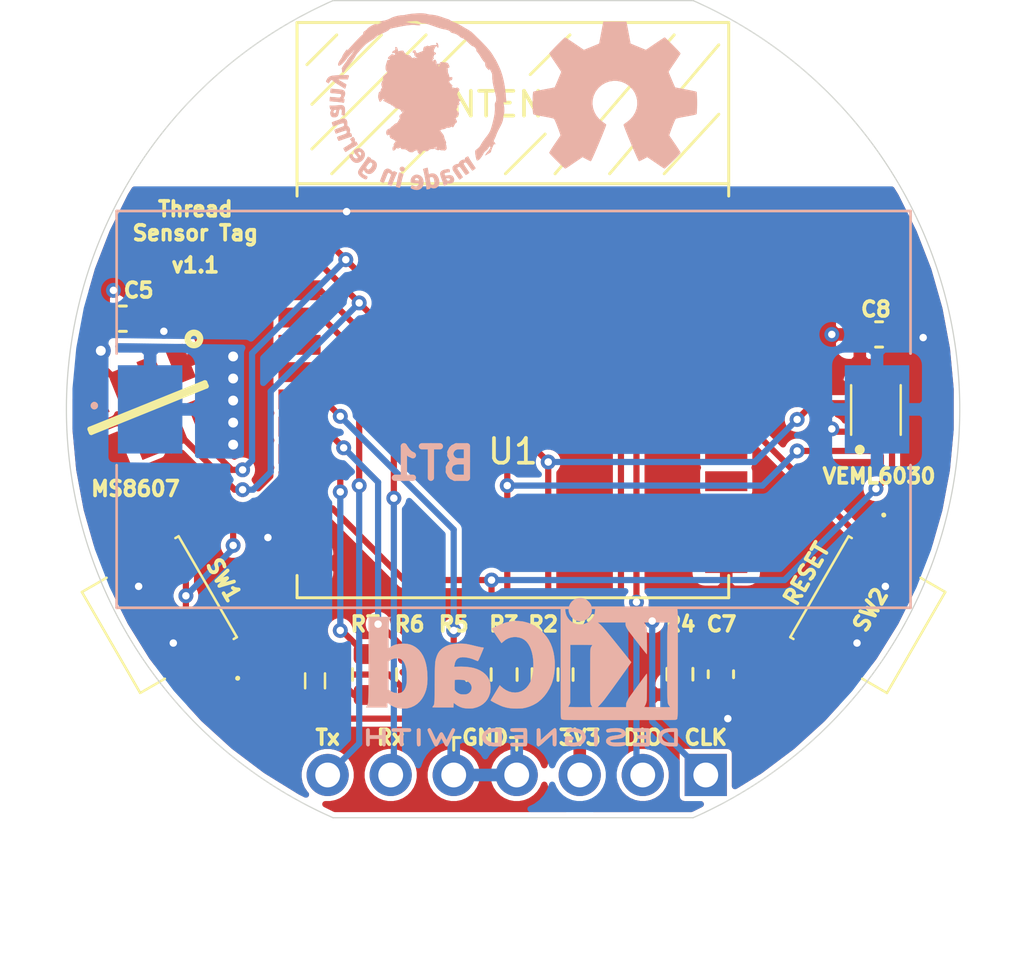
<source format=kicad_pcb>
(kicad_pcb (version 20171130) (host pcbnew "(5.1.8)-1")
  (layers (0 F.Cu signal) (31 B.Cu signal) (34 B.Paste user) (35 F.Paste user) (36 B.SilkS user) (37 F.SilkS user) (38 B.Mask user) (39 F.Mask user) (44 Edge.Cuts user))
  (net 0 "")
  (net 1 GND)
  (net 2 /SWDCLK)
  (net 3 /SDA)
  (net 4 /SWDIO)
  (net 5 /SCL)
  (net 6 /RESET)
  (net 7 /D-)
  (net 8 /D+)
  (net 9 /NFC2)
  (net 10 /NFC1)
  (net 11 /VCC)
  (net 12 /BTN)
  (net 13 /Tx)
  (net 14 /Rx)
  (net 15 /SENS1_VCC)
  (net 16 /SENS2_VCC)
  (net 17 /INT1)
  (net 18 "Net-(IC3-Pad6)")
  (net 19 "Net-(IC3-Pad5)")
  (net 20 "Net-(IC3-Pad4)")
  (net 21 "Net-(IC3-Pad2)")
  (net 22 "Net-(U1-Pad25)")
  (net 23 "Net-(U1-Pad24)")
  (net 24 "Net-(U1-Pad22)")
  (net 25 "Net-(U1-Pad21)")
  (net 26 "Net-(U1-Pad20)")
  (net 27 "Net-(U1-Pad7)")
  (net 28 "Net-(LED1-Pad4)")
  (net 29 "Net-(LED1-Pad3)")
  (net 30 "Net-(LED1-Pad2)")
  (net 31 /LED_RED)
  (net 32 /LED_GREEN)
  (net 33 /LED_BLUE)
  (module Symbol:KiCad-Logo2_5mm_SilkScreen (layer B.Cu) (at 122.1106 75.205 180)
    (fp_text reference REF** hide)
    (fp_text value KiCad-Logo2_5mm_SilkScreen hide)
  )
  (module Symbol:OSHW-Symbol_6.7x6mm_SilkScreen (layer B.Cu) (at 125.8606 51.955 180)
    (fp_text reference REF** hide)
    (fp_text value OSHW-Symbol_6.7x6mm_SilkScreen hide)
  )
  (module logo:mig (layer B.Cu) (at 117.8606 52.205 180)
    (fp_text reference G*** hide)
    (fp_text value LOGO hide)
  )
  (module Resistor_SMD:R_0603_1608Metric (layer F.Cu) (at 115.7986 75.311 270)
    (fp_text reference R7 (at -2.032 0 180) (layer F.SilkS) (effects (font (size 0.6 0.6))))
    (fp_text value 390R)
    (pad 2 smd roundrect (at 0.825 0 270) (size 0.8 0.95) (layers F.Cu F.Paste F.Mask) (net 29 "Net-(LED1-Pad3)"))
    (pad 1 smd roundrect (at -0.825 0 270) (size 0.8 0.95) (layers F.Cu F.Paste F.Mask) (net 33 /LED_BLUE))
  )
  (module Resistor_SMD:R_0603_1608Metric (layer F.Cu) (at 117.5766 75.311 270)
    (fp_text reference R6 (at -2.032 0 180) (layer F.SilkS) (effects (font (size 0.6 0.6))))
    (fp_text value 2k2)
    (pad 2 smd roundrect (at 0.825 0 270) (size 0.8 0.95) (layers F.Cu F.Paste F.Mask) (net 28 "Net-(LED1-Pad4)"))
    (pad 1 smd roundrect (at -0.825 0 270) (size 0.8 0.95) (layers F.Cu F.Paste F.Mask) (net 32 /LED_GREEN))
  )
  (module Resistor_SMD:R_0603_1608Metric (layer F.Cu) (at 119.3546 75.311 90)
    (fp_text reference R5 (at 2.032 0 180) (layer F.SilkS) (effects (font (size 0.6 0.6))))
    (fp_text value 1k2)
    (pad 2 smd roundrect (at 0.825 0 90) (size 0.8 0.95) (layers F.Cu F.Paste F.Mask) (net 31 /LED_RED))
    (pad 1 smd roundrect (at -0.825 0 90) (size 0.8 0.95) (layers F.Cu F.Paste F.Mask) (net 30 "Net-(LED1-Pad2)"))
  )
  (module APHF1608LSEEQBDZGKC:APHF1608LSEEQBDZGKC (layer F.Cu) (at 113.7666 75.565 90)
    (fp_text reference LED1 hide)
    (fp_text value APHF1608LSEEQBDZGKC hide)
    (pad 4 smd rect (at 0.65 -0.35 180) (size 0.4 0.5) (layers F.Cu F.Paste F.Mask) (net 28 "Net-(LED1-Pad4)"))
    (pad 3 smd rect (at 0.65 0.35 180) (size 0.4 0.5) (layers F.Cu F.Paste F.Mask) (net 29 "Net-(LED1-Pad3)"))
    (pad 2 smd rect (at -0.65 0.35 180) (size 0.4 0.5) (layers F.Cu F.Paste F.Mask) (net 30 "Net-(LED1-Pad2)"))
    (pad 1 smd rect (at -0.65 -0.35 180) (size 0.4 0.5) (layers F.Cu F.Paste F.Mask) (net 11 /VCC))
  )
  (module MS88SF2:MS88SF2 (layer F.Cu) (at 121.2596 66.675)
    (fp_text reference U1 (at 0.48 -0.36) (layer F.SilkS))
    (fp_text value MS88SF2)
    (fp_text user ANTENNA (at 0.38 -14.36) (layer F.SilkS))
    (pad 28 smd rect (at 9.08 4.14) (size 1.7 0.8) (layers F.Cu F.Paste F.Mask) (net 11 /VCC))
    (pad 27 smd rect (at 9.08 3.04) (size 1.7 0.8) (layers F.Cu F.Paste F.Mask) (net 7 /D-))
    (pad 26 smd rect (at 9.08 1.94) (size 1.7 0.8) (layers F.Cu F.Paste F.Mask) (net 8 /D+))
    (pad 25 smd rect (at 9.08 0.84) (size 1.7 0.8) (layers F.Cu F.Paste F.Mask) (net 22 "Net-(U1-Pad25)"))
    (pad 24 smd rect (at 9.08 -0.26) (size 1.7 0.8) (layers F.Cu F.Paste F.Mask) (net 23 "Net-(U1-Pad24)"))
    (pad 23 smd rect (at 9.08 -1.36) (size 1.7 0.8) (layers F.Cu F.Paste F.Mask) (net 6 /RESET))
    (pad 22 smd rect (at 9.08 -2.46) (size 1.7 0.8) (layers F.Cu F.Paste F.Mask) (net 24 "Net-(U1-Pad22)"))
    (pad 21 smd rect (at 9.08 -3.56) (size 1.7 0.8) (layers F.Cu F.Paste F.Mask) (net 25 "Net-(U1-Pad21)"))
    (pad 20 smd rect (at 9.08 -4.66) (size 1.7 0.8) (layers F.Cu F.Paste F.Mask) (net 26 "Net-(U1-Pad20)"))
    (pad 19 smd rect (at 9.08 -5.76) (size 1.7 0.8) (layers F.Cu F.Paste F.Mask) (net 16 /SENS2_VCC))
    (pad 18 smd rect (at 9.08 -6.86) (size 1.7 0.8) (layers F.Cu F.Paste F.Mask) (net 4 /SWDIO))
    (pad 17 smd rect (at 9.08 -7.96) (size 1.7 0.8) (layers F.Cu F.Paste F.Mask) (net 2 /SWDCLK))
    (pad 16 smd rect (at 9.08 -9.06) (size 1.7 0.8) (layers F.Cu F.Paste F.Mask) (net 10 /NFC1))
    (pad 15 smd rect (at 9.08 -10.16) (size 1.7 0.8) (layers F.Cu F.Paste F.Mask) (net 9 /NFC2))
    (pad 14 smd rect (at -8.12 4.14) (size 1.7 0.8) (layers F.Cu F.Paste F.Mask) (net 11 /VCC))
    (pad 13 smd rect (at -8.12 3.04) (size 1.7 0.8) (layers F.Cu F.Paste F.Mask) (net 1 GND))
    (pad 12 smd rect (at -8.12 1.94) (size 1.7 0.8) (layers F.Cu F.Paste F.Mask) (net 17 /INT1))
    (pad 11 smd rect (at -8.12 0.84) (size 1.7 0.8) (layers F.Cu F.Paste F.Mask) (net 12 /BTN))
    (pad 10 smd rect (at -8.12 -0.26) (size 1.7 0.8) (layers F.Cu F.Paste F.Mask) (net 33 /LED_BLUE))
    (pad 9 smd rect (at -8.12 -1.36) (size 1.7 0.8) (layers F.Cu F.Paste F.Mask) (net 32 /LED_GREEN))
    (pad 8 smd rect (at -8.12 -2.46) (size 1.7 0.8) (layers F.Cu F.Paste F.Mask) (net 31 /LED_RED))
    (pad 7 smd rect (at -8.12 -3.56) (size 1.7 0.8) (layers F.Cu F.Paste F.Mask) (net 27 "Net-(U1-Pad7)"))
    (pad 6 smd rect (at -8.12 -4.66) (size 1.7 0.8) (layers F.Cu F.Paste F.Mask) (net 15 /SENS1_VCC))
    (pad 5 smd rect (at -8.12 -5.76) (size 1.7 0.8) (layers F.Cu F.Paste F.Mask) (net 13 /Tx))
    (pad 4 smd rect (at -8.12 -6.86) (size 1.7 0.8) (layers F.Cu F.Paste F.Mask) (net 14 /Rx))
    (pad 3 smd rect (at -8.12 -7.96) (size 1.7 0.8) (layers F.Cu F.Paste F.Mask) (net 3 /SDA))
    (pad 2 smd rect (at -8.12 -9.06) (size 1.7 0.8) (layers F.Cu F.Paste F.Mask) (net 5 /SCL))
    (pad 1 smd rect (at -8.12 -10.16) (size 1.7 0.8) (layers F.Cu F.Paste F.Mask) (net 1 GND))
  )
  (module MS860702BA01-50:SON125P300X500X100-8N (layer F.Cu) (at 107.0356 64.546 292)
    (fp_text reference IC3 hide)
    (fp_text value MS860702BA01-50 hide)
    (pad 8 smd rect (at 1.15 -1.875 22) (size 0.75 1.45) (layers F.Cu F.Paste F.Mask) (net 5 /SCL))
    (pad 7 smd rect (at 1.15 -0.625 22) (size 0.75 1.45) (layers F.Cu F.Paste F.Mask) (net 3 /SDA))
    (pad 6 smd rect (at 1.15 0.625 22) (size 0.75 1.45) (layers F.Cu F.Paste F.Mask) (net 18 "Net-(IC3-Pad6)"))
    (pad 5 smd rect (at 1.15 1.875 22) (size 0.75 1.45) (layers F.Cu F.Paste F.Mask) (net 19 "Net-(IC3-Pad5)"))
    (pad 4 smd rect (at -1.15 1.875 22) (size 0.75 1.45) (layers F.Cu F.Paste F.Mask) (net 20 "Net-(IC3-Pad4)"))
    (pad 3 smd rect (at -1.15 0.625 22) (size 0.75 1.45) (layers F.Cu F.Paste F.Mask) (net 1 GND))
    (pad 2 smd rect (at -1.15 -0.625 22) (size 0.75 1.45) (layers F.Cu F.Paste F.Mask) (net 21 "Net-(IC3-Pad2)"))
    (pad 1 smd rect (at -1.15 -1.875 22) (size 0.75 1.45) (layers F.Cu F.Paste F.Mask) (net 11 /VCC))
  )
  (module VEML6030:VEML6030 (layer F.Cu) (at 136.3726 64.643 90)
    (fp_text reference IC2 hide)
    (fp_text value VEML6030 hide)
    (pad 6 smd rect (at 0.875 -0.65 180) (size 0.3 0.55) (layers F.Cu F.Paste F.Mask) (net 11 /VCC))
    (pad 5 smd rect (at 0.875 0 180) (size 0.3 0.55) (layers F.Cu F.Paste F.Mask) (net 5 /SCL))
    (pad 4 smd rect (at 0.875 0.65 180) (size 0.3 0.55) (layers F.Cu F.Paste F.Mask) (net 11 /VCC))
    (pad 3 smd rect (at -0.875 0.65 180) (size 0.3 0.55) (layers F.Cu F.Paste F.Mask) (net 17 /INT1))
    (pad 2 smd rect (at -0.875 0 180) (size 0.3 0.55) (layers F.Cu F.Paste F.Mask) (net 3 /SDA))
    (pad 1 smd rect (at -0.875 -0.65 180) (size 0.3 0.55) (layers F.Cu F.Paste F.Mask) (net 1 GND))
  )
  (module Capacitor_SMD:C_0603_1608Metric (layer F.Cu) (at 136.4996 61.595)
    (fp_text reference C8 (at -0.127 -1.016) (layer F.SilkS) (effects (font (size 0.6 0.6))))
    (fp_text value 0.1uF)
    (pad 2 smd roundrect (at 0.775 0) (size 0.9 0.95) (layers F.Cu F.Paste F.Mask) (net 1 GND))
    (pad 1 smd roundrect (at -0.775 0) (size 0.9 0.95) (layers F.Cu F.Paste F.Mask) (net 11 /VCC))
  )
  (module Capacitor_SMD:C_0603_1608Metric (layer F.Cu) (at 106.0196 60.96)
    (fp_text reference C5 (at 0.635 -1.143) (layer F.SilkS) (effects (font (size 0.6 0.6))))
    (fp_text value 0.22uF)
    (pad 2 smd roundrect (at 0.775 0) (size 0.9 0.95) (layers F.Cu F.Paste F.Mask) (net 1 GND))
    (pad 1 smd roundrect (at -0.775 0) (size 0.9 0.95) (layers F.Cu F.Paste F.Mask) (net 11 /VCC))
  )
  (module Connector_PinHeader_2.54mm:PinHeader_1x07_P2.54mm_Vertical (layer B.Cu) (at 129.5146 79.3623 90)
    (fp_text reference J3 hide)
    (fp_text value Conn_01x07_Male)
    (pad 7 thru_hole oval (at 0 -15.24 90) (size 1.7 1.7) (drill 1) (layers *.Cu *.Mask) (net 13 /Tx))
    (pad 6 thru_hole oval (at 0 -12.7 90) (size 1.7 1.7) (drill 1) (layers *.Cu *.Mask) (net 14 /Rx))
    (pad 5 thru_hole oval (at 0 -10.16 90) (size 1.7 1.7) (drill 1) (layers *.Cu *.Mask) (net 1 GND))
    (pad 4 thru_hole oval (at 0 -7.62 90) (size 1.7 1.7) (drill 1) (layers *.Cu *.Mask) (net 1 GND))
    (pad 3 thru_hole oval (at 0 -5.08 90) (size 1.7 1.7) (drill 1) (layers *.Cu *.Mask) (net 11 /VCC))
    (pad 2 thru_hole oval (at 0 -2.54 90) (size 1.7 1.7) (drill 1) (layers *.Cu *.Mask) (net 4 /SWDIO))
    (pad 1 thru_hole rect (at 0 0 90) (size 1.7 1.7) (drill 1) (layers *.Cu *.Mask) (net 2 /SWDCLK))
  )
  (module Resistor_SMD:R_0603_1608Metric (layer F.Cu) (at 128.4732 75.2983 90)
    (fp_text reference R4 (at 2.0193 0.0254 180) (layer F.SilkS) (effects (font (size 0.6 0.6))))
    (fp_text value 10k)
    (pad 2 smd roundrect (at 0.825 0 90) (size 0.8 0.95) (layers F.Cu F.Paste F.Mask) (net 6 /RESET))
    (pad 1 smd roundrect (at -0.825 0 90) (size 0.8 0.95) (layers F.Cu F.Paste F.Mask) (net 11 /VCC))
  )
  (module Resistor_SMD:R_0603_1608Metric (layer F.Cu) (at 121.3866 75.311 90)
    (fp_text reference R3 (at 2.032 0) (layer F.SilkS) (effects (font (size 0.6 0.6))))
    (fp_text value 10k)
    (pad 2 smd roundrect (at 0.825 0 90) (size 0.8 0.95) (layers F.Cu F.Paste F.Mask) (net 17 /INT1))
    (pad 1 smd roundrect (at -0.825 0 90) (size 0.8 0.95) (layers F.Cu F.Paste F.Mask) (net 11 /VCC))
  )
  (module Resistor_SMD:R_0603_1608Metric (layer F.Cu) (at 123.0376 75.311 90)
    (fp_text reference R2 (at 2.032 -0.0762 180) (layer F.SilkS) (effects (font (size 0.6 0.6))))
    (fp_text value 4.7k)
    (pad 2 smd roundrect (at 0.825 0 90) (size 0.8 0.95) (layers F.Cu F.Paste F.Mask) (net 3 /SDA))
    (pad 1 smd roundrect (at -0.825 0 90) (size 0.8 0.95) (layers F.Cu F.Paste F.Mask) (net 11 /VCC))
  )
  (module Resistor_SMD:R_0603_1608Metric (layer F.Cu) (at 124.6886 75.311 90)
    (fp_text reference R1 (at 2.032 -0.0254 180) (layer F.SilkS) (effects (font (size 0.6 0.6))))
    (fp_text value 4.7k)
    (pad 2 smd roundrect (at 0.825 0 90) (size 0.8 0.95) (layers F.Cu F.Paste F.Mask) (net 5 /SCL))
    (pad 1 smd roundrect (at -0.825 0 90) (size 0.8 0.95) (layers F.Cu F.Paste F.Mask) (net 11 /VCC))
  )
  (module EVQ-PUA02K:EVQPUA02K (layer F.Cu) (at 107.9246 72.644 300)
    (fp_text reference SW1 hide)
    (fp_text value EVQ-PUA02K hide)
    (pad 4 smd rect (at -2.625 0.85 30) (size 1 1.55) (layers F.Cu F.Paste F.Mask) (net 1 GND))
    (pad 3 smd rect (at -2.625 -0.85 30) (size 1 1.55) (layers F.Cu F.Paste F.Mask) (net 12 /BTN))
    (pad 2 smd rect (at 2.625 0.85 30) (size 1 1.55) (layers F.Cu F.Paste F.Mask) (net 1 GND))
    (pad 1 smd rect (at 2.625 -0.85 30) (size 1 1.55) (layers F.Cu F.Paste F.Mask) (net 12 /BTN))
  )
  (module EVQ-PUA02K:EVQPUA02K (layer F.Cu) (at 135.6106 72.644 60)
    (fp_text reference SW2 (at 0.225 0.5 60) (layer F.SilkS) (effects (font (size 0.6 0.6))))
    (fp_text value EVQ-PUA02K hide)
    (pad 4 smd rect (at -2.625 0.85 150) (size 1 1.55) (layers F.Cu F.Paste F.Mask) (net 1 GND))
    (pad 3 smd rect (at -2.625 -0.85 150) (size 1 1.55) (layers F.Cu F.Paste F.Mask) (net 6 /RESET))
    (pad 2 smd rect (at 2.625 0.85 150) (size 1 1.55) (layers F.Cu F.Paste F.Mask) (net 1 GND))
    (pad 1 smd rect (at 2.625 -0.85 150) (size 1 1.55) (layers F.Cu F.Paste F.Mask) (net 6 /RESET))
  )
  (module Capacitor_SMD:C_0603_1608Metric (layer F.Cu) (at 130.1242 75.2983 270)
    (fp_text reference C7 (at -2.0193 -0.0254 180) (layer F.SilkS) (effects (font (size 0.6 0.6))))
    (fp_text value 0.1uF)
    (pad 2 smd roundrect (at 0.775 0 270) (size 0.9 0.95) (layers F.Cu F.Paste F.Mask) (net 1 GND))
    (pad 1 smd roundrect (at -0.775 0 270) (size 0.9 0.95) (layers F.Cu F.Paste F.Mask) (net 6 /RESET))
  )
  (module BA2032SM:BA2032SM (layer B.Cu) (at 121.7676 64.6176)
    (fp_text reference BT1 (at -3.302 2.1844) (layer B.SilkS) (effects (font (size 1.27 1.27) (thickness 0.254)) (justify mirror)))
    (fp_text value Battery_Cell hide)
    (pad 2 smd rect (at 14.65 0) (size 2.6 3.56) (layers B.Cu B.Paste B.Mask) (net 1 GND))
    (pad 1 smd rect (at -14.65 0) (size 2.6 3.56) (layers B.Cu B.Paste B.Mask) (net 11 /VCC))
  )
  (gr_line (start 114.488584 81.085539) (end 129.0066 81.085539) (layer Edge.Cuts) (width 0.05))
  (gr_arc (start 121.747592 64.609269) (end 114.488584 48.133) (angle -132.4459636) (layer Edge.Cuts) (width 0.05))
  (gr_arc (start 121.747592 64.609269) (end 129.0066 81.085539) (angle -132.4459636) (layer Edge.Cuts) (width 0.05))
  (gr_line (start 129.0066 48.133) (end 114.488584 48.133) (layer Edge.Cuts) (width 0.05))
  (gr_line (start 119.3546 77.851) (end 119.6086 77.851) (layer F.SilkS) (width 0.12))
  (gr_line (start 119.3546 78.359) (end 119.3546 77.851) (layer F.SilkS) (width 0.12))
  (gr_line (start 121.8946 77.851) (end 121.6406 77.851) (layer F.SilkS) (width 0.12))
  (gr_line (start 121.8946 78.359) (end 121.8946 77.851) (layer F.SilkS) (width 0.12))
  (gr_text VEML6030 (at 136.4996 67.31) (layer F.SilkS) (effects (font (size 0.6 0.6))))
  (gr_text Tx (at 114.2746 77.851) (layer F.SilkS) (effects (font (size 0.6 0.6))))
  (gr_text Rx (at 116.8146 77.851) (layer F.SilkS) (effects (font (size 0.6 0.6))))
  (gr_text GND (at 120.6246 77.851) (layer F.SilkS) (effects (font (size 0.6 0.6))))
  (gr_text 3V3 (at 124.4346 77.851) (layer F.SilkS) (effects (font (size 0.6 0.6))))
  (gr_text DIO (at 126.9746 77.851) (layer F.SilkS) (effects (font (size 0.6 0.6))))
  (gr_text CLK (at 129.5146 77.851) (layer F.SilkS) (effects (font (size 0.6 0.6))))
  (gr_text v1.1 (at 108.9406 58.801) (layer F.SilkS) (effects (font (size 0.6 0.6))))
  (gr_text "Thread\nSensor Tag" (at 108.9406 57.023) (layer F.SilkS) (effects (font (size 0.6 0.6))))
  (gr_text SW1 (at 110.0836 71.501 300) (layer F.SilkS) (effects (font (size 0.6 0.6))))
  (gr_text RESET (at 133.5786 71.247 60) (layer F.SilkS) (effects (font (size 0.6 0.6))))
  (gr_text MS8607 (at 106.5276 67.818) (layer F.SilkS) (effects (font (size 0.6 0.6))))
  (via (at 107.6706 61.468) (size 0.6) (drill 0.3) (layers F.Cu B.Cu) (net 1))
  (segment (start 107.1626 60.96) (end 107.6706 61.468) (width 0.25) (layer F.Cu) (net 1))
  (segment (start 106.7946 60.96) (end 107.1626 60.96) (width 0.25) (layer F.Cu) (net 1))
  (via (at 108.0516 74.041) (size 0.6) (drill 0.3) (layers F.Cu B.Cu) (net 1))
  (segment (start 108.500978 74.490378) (end 108.0516 74.041) (width 0.25) (layer F.Cu) (net 1))
  (segment (start 108.500978 75.342317) (end 108.500978 74.490378) (width 0.25) (layer F.Cu) (net 1))
  (via (at 106.6546 71.755) (size 0.6) (drill 0.3) (layers F.Cu B.Cu) (net 1))
  (segment (start 105.875978 70.976378) (end 106.6546 71.755) (width 0.25) (layer F.Cu) (net 1))
  (segment (start 105.875978 70.795683) (end 105.875978 70.976378) (width 0.25) (layer F.Cu) (net 1))
  (via (at 135.6106 74.041) (size 0.6) (drill 0.3) (layers F.Cu B.Cu) (net 1))
  (segment (start 135.034222 74.617378) (end 135.6106 74.041) (width 0.25) (layer F.Cu) (net 1))
  (segment (start 135.034222 75.342317) (end 135.034222 74.617378) (width 0.25) (layer F.Cu) (net 1))
  (via (at 136.7536 71.755) (size 0.6) (drill 0.3) (layers F.Cu B.Cu) (net 1))
  (segment (start 137.659222 70.849378) (end 136.7536 71.755) (width 0.25) (layer F.Cu) (net 1))
  (segment (start 137.659222 70.795683) (end 137.659222 70.849378) (width 0.25) (layer F.Cu) (net 1))
  (via (at 138.2776 61.722) (size 0.6) (drill 0.3) (layers F.Cu B.Cu) (net 1))
  (segment (start 138.1506 61.595) (end 138.2776 61.722) (width 0.25) (layer F.Cu) (net 1))
  (segment (start 137.2746 61.595) (end 138.1506 61.595) (width 0.25) (layer F.Cu) (net 1))
  (via (at 134.5946 65.405) (size 0.6) (drill 0.3) (layers F.Cu B.Cu) (net 1))
  (segment (start 134.7076 65.518) (end 134.5946 65.405) (width 0.25) (layer F.Cu) (net 1))
  (segment (start 135.7226 65.518) (end 134.7076 65.518) (width 0.25) (layer F.Cu) (net 1))
  (via (at 130.4036 77.089) (size 0.6) (drill 0.3) (layers F.Cu B.Cu) (net 1))
  (segment (start 130.1242 76.8096) (end 130.4036 77.089) (width 0.25) (layer F.Cu) (net 1))
  (segment (start 130.1242 76.0733) (end 130.1242 76.8096) (width 0.25) (layer F.Cu) (net 1))
  (via (at 115.03661 56.642) (size 0.6) (drill 0.3) (layers F.Cu B.Cu) (net 1))
  (segment (start 112.9396 56.515) (end 114.90961 56.515) (width 0.25) (layer F.Cu) (net 1))
  (segment (start 114.90961 56.515) (end 115.03661 56.642) (width 0.25) (layer F.Cu) (net 1))
  (segment (start 111.936556 69.715) (end 111.865344 69.786212) (width 0.25) (layer F.Cu) (net 1))
  (segment (start 113.1396 69.715) (end 111.936556 69.715) (width 0.25) (layer F.Cu) (net 1))
  (via (at 111.865344 69.786212) (size 0.6) (drill 0.3) (layers F.Cu B.Cu) (net 1))
  (segment (start 105.1306 62.819155) (end 105.1306 62.252798) (width 0.25) (layer F.Cu) (net 1))
  (segment (start 106.025313 63.713868) (end 105.1306 62.819155) (width 0.25) (layer F.Cu) (net 1))
  (via (at 105.1306 62.252798) (size 0.8) (drill 0.4) (layers F.Cu B.Cu) (net 1))
  (via (at 127.3556 73.152) (size 0.6) (drill 0.3) (layers F.Cu B.Cu) (net 2))
  (segment (start 126.557598 73.152) (end 127.3556 73.152) (width 0.25) (layer F.Cu) (net 2))
  (segment (start 126.095599 72.690001) (end 126.557598 73.152) (width 0.25) (layer F.Cu) (net 2))
  (segment (start 126.095599 62.059001) (end 126.095599 72.690001) (width 0.25) (layer F.Cu) (net 2))
  (segment (start 129.4396 58.715) (end 126.095599 62.059001) (width 0.25) (layer F.Cu) (net 2))
  (segment (start 130.5396 58.715) (end 129.4396 58.715) (width 0.25) (layer F.Cu) (net 2))
  (segment (start 127.3556 77.2033) (end 129.5146 79.3623) (width 0.25) (layer B.Cu) (net 2))
  (segment (start 127.3556 73.152) (end 127.3556 77.2033) (width 0.25) (layer B.Cu) (net 2))
  (via (at 121.5136 67.691) (size 0.6) (drill 0.3) (layers F.Cu B.Cu) (net 3))
  (via (at 133.1976 66.294) (size 0.6) (drill 0.3) (layers F.Cu B.Cu) (net 3))
  (segment (start 131.8006 67.691) (end 133.1976 66.294) (width 0.25) (layer B.Cu) (net 3))
  (segment (start 121.5136 67.691) (end 131.8006 67.691) (width 0.25) (layer B.Cu) (net 3))
  (segment (start 136.3726 66.043) (end 136.3726 65.518) (width 0.25) (layer F.Cu) (net 3))
  (segment (start 136.1216 66.294) (end 136.3726 66.043) (width 0.25) (layer F.Cu) (net 3))
  (segment (start 133.1976 66.294) (end 136.1216 66.294) (width 0.25) (layer F.Cu) (net 3))
  (segment (start 121.5136 72.962) (end 123.0376 74.486) (width 0.25) (layer F.Cu) (net 3))
  (segment (start 121.5136 67.691) (end 121.5136 72.962) (width 0.25) (layer F.Cu) (net 3))
  (via (at 115.5446 60.325) (size 0.6) (drill 0.3) (layers F.Cu B.Cu) (net 3))
  (segment (start 112.9396 58.715) (end 113.9346 58.715) (width 0.25) (layer F.Cu) (net 3))
  (segment (start 113.9346 58.715) (end 115.5446 60.325) (width 0.25) (layer F.Cu) (net 3))
  (segment (start 121.5136 67.691) (end 121.5136 66.294) (width 0.25) (layer F.Cu) (net 3))
  (segment (start 121.5136 66.294) (end 115.5446 60.325) (width 0.25) (layer F.Cu) (net 3))
  (segment (start 111.269864 67.856013) (end 110.8456 67.856013) (width 0.25) (layer B.Cu) (net 3))
  (segment (start 111.978602 67.147275) (end 111.269864 67.856013) (width 0.25) (layer B.Cu) (net 3))
  (segment (start 111.978602 63.890998) (end 111.978602 67.147275) (width 0.25) (layer B.Cu) (net 3))
  (segment (start 115.5446 60.325) (end 111.978602 63.890998) (width 0.25) (layer B.Cu) (net 3))
  (via (at 110.8456 67.856013) (size 0.6) (drill 0.3) (layers F.Cu B.Cu) (net 3))
  (segment (start 110.523768 67.856013) (end 110.8456 67.856013) (width 0.25) (layer F.Cu) (net 3))
  (segment (start 108.045887 65.378132) (end 110.523768 67.856013) (width 0.25) (layer F.Cu) (net 3))
  (via (at 126.7206 72.39) (size 0.6) (drill 0.3) (layers F.Cu B.Cu) (net 4))
  (segment (start 126.7206 62.534) (end 126.7206 72.39) (width 0.25) (layer F.Cu) (net 4))
  (segment (start 129.4396 59.815) (end 126.7206 62.534) (width 0.25) (layer F.Cu) (net 4))
  (segment (start 130.5396 59.815) (end 129.4396 59.815) (width 0.25) (layer F.Cu) (net 4))
  (segment (start 126.7206 79.1083) (end 126.9746 79.3623) (width 0.25) (layer B.Cu) (net 4))
  (segment (start 126.7206 72.39) (end 126.7206 79.1083) (width 0.25) (layer B.Cu) (net 4))
  (segment (start 114.0396 57.615) (end 123.1646 66.74) (width 0.25) (layer F.Cu) (net 5))
  (via (at 123.1646 66.74) (size 0.6) (drill 0.3) (layers F.Cu B.Cu) (net 5))
  (via (at 133.1976 65.024) (size 0.6) (drill 0.3) (layers F.Cu B.Cu) (net 5))
  (segment (start 131.4816 66.74) (end 133.1976 65.024) (width 0.25) (layer B.Cu) (net 5))
  (segment (start 123.1646 66.74) (end 131.4816 66.74) (width 0.25) (layer B.Cu) (net 5))
  (segment (start 136.3726 64.293) (end 136.3726 63.768) (width 0.25) (layer F.Cu) (net 5))
  (segment (start 136.297599 64.368001) (end 136.3726 64.293) (width 0.25) (layer F.Cu) (net 5))
  (segment (start 133.853599 64.368001) (end 136.297599 64.368001) (width 0.25) (layer F.Cu) (net 5))
  (segment (start 133.1976 65.024) (end 133.853599 64.368001) (width 0.25) (layer F.Cu) (net 5))
  (segment (start 114.0396 57.615) (end 115.0041 58.5795) (width 0.25) (layer F.Cu) (net 5))
  (via (at 115.0041 58.5795) (size 0.6) (drill 0.3) (layers F.Cu B.Cu) (net 5))
  (segment (start 112.9396 57.615) (end 114.0396 57.615) (width 0.25) (layer F.Cu) (net 5))
  (segment (start 123.1646 72.962) (end 124.6886 74.486) (width 0.25) (layer F.Cu) (net 5))
  (segment (start 123.1646 66.74) (end 123.1646 72.962) (width 0.25) (layer F.Cu) (net 5))
  (segment (start 111.2266 66.674996) (end 110.845596 67.056) (width 0.25) (layer B.Cu) (net 5))
  (via (at 110.845596 67.056) (size 0.6) (drill 0.3) (layers F.Cu B.Cu) (net 5))
  (segment (start 115.0041 58.5795) (end 111.2266 62.357) (width 0.25) (layer B.Cu) (net 5))
  (segment (start 111.2266 62.357) (end 111.2266 66.674996) (width 0.25) (layer B.Cu) (net 5))
  (segment (start 110.407598 67.056) (end 110.845596 67.056) (width 0.25) (layer F.Cu) (net 5))
  (segment (start 109.204867 65.853269) (end 110.407598 67.056) (width 0.25) (layer F.Cu) (net 5))
  (segment (start 109.204867 64.909874) (end 109.204867 65.853269) (width 0.25) (layer F.Cu) (net 5))
  (segment (start 133.561978 72.570683) (end 136.186978 69.945683) (width 0.25) (layer F.Cu) (net 6))
  (segment (start 133.561978 74.492317) (end 133.561978 72.570683) (width 0.25) (layer F.Cu) (net 6))
  (segment (start 135.905285 69.945683) (end 131.274602 65.315) (width 0.25) (layer F.Cu) (net 6))
  (segment (start 131.274602 65.315) (end 130.5396 65.315) (width 0.25) (layer F.Cu) (net 6))
  (segment (start 136.186978 69.945683) (end 135.905285 69.945683) (width 0.25) (layer F.Cu) (net 6))
  (segment (start 130.155183 74.492317) (end 130.1242 74.5233) (width 0.25) (layer F.Cu) (net 6))
  (segment (start 133.561978 74.492317) (end 130.155183 74.492317) (width 0.25) (layer F.Cu) (net 6))
  (segment (start 128.5232 74.5233) (end 128.4732 74.4733) (width 0.25) (layer F.Cu) (net 6))
  (segment (start 130.1242 74.5233) (end 128.5232 74.5233) (width 0.25) (layer F.Cu) (net 6))
  (segment (start 105.4976 61.213) (end 105.2446 60.96) (width 0.25) (layer F.Cu) (net 11))
  (via (at 105.6386 59.817) (size 0.6) (drill 0.3) (layers F.Cu B.Cu) (net 11))
  (segment (start 105.2446 60.211) (end 105.6386 59.817) (width 0.25) (layer F.Cu) (net 11))
  (segment (start 105.2446 60.96) (end 105.2446 60.211) (width 0.25) (layer F.Cu) (net 11))
  (segment (start 135.797601 63.167999) (end 135.7226 63.243) (width 0.25) (layer F.Cu) (net 11))
  (segment (start 136.947599 63.167999) (end 135.797601 63.167999) (width 0.25) (layer F.Cu) (net 11))
  (segment (start 137.0226 63.243) (end 136.947599 63.167999) (width 0.25) (layer F.Cu) (net 11))
  (segment (start 135.7226 63.243) (end 135.7226 63.768) (width 0.25) (layer F.Cu) (net 11))
  (segment (start 137.0226 63.768) (end 137.0226 63.243) (width 0.25) (layer F.Cu) (net 11))
  (segment (start 135.7246 63.766) (end 135.7226 63.768) (width 0.25) (layer F.Cu) (net 11))
  (segment (start 135.7246 61.595) (end 135.7246 63.766) (width 0.25) (layer F.Cu) (net 11))
  (via (at 134.5946 61.595) (size 0.6) (drill 0.3) (layers F.Cu B.Cu) (net 11))
  (segment (start 135.7246 61.595) (end 134.5946 61.595) (width 0.25) (layer F.Cu) (net 11))
  (via (at 110.4646 62.484) (size 0.8) (drill 0.4) (layers F.Cu B.Cu) (net 11))
  (via (at 110.4646 63.373) (size 0.8) (drill 0.4) (layers F.Cu B.Cu) (net 11))
  (via (at 110.4646 64.262) (size 0.8) (drill 0.4) (layers F.Cu B.Cu) (net 11))
  (via (at 110.4646 65.151) (size 0.8) (drill 0.4) (layers F.Cu B.Cu) (net 11))
  (via (at 110.4646 66.04) (size 0.8) (drill 0.4) (layers F.Cu B.Cu) (net 11))
  (via (at 108.5596 72.136) (size 0.6) (drill 0.3) (layers F.Cu B.Cu) (net 12))
  (segment (start 108.5596 71.157061) (end 107.348222 69.945683) (width 0.25) (layer F.Cu) (net 12))
  (segment (start 108.5596 72.136) (end 108.5596 71.157061) (width 0.25) (layer F.Cu) (net 12))
  (segment (start 108.5596 73.078695) (end 109.973222 74.492317) (width 0.25) (layer F.Cu) (net 12))
  (segment (start 108.5596 72.136) (end 108.5596 73.078695) (width 0.25) (layer F.Cu) (net 12))
  (segment (start 108.5596 72.136) (end 110.4646 70.231) (width 0.25) (layer B.Cu) (net 12))
  (segment (start 110.4646 69.449874) (end 110.4646 70.104) (width 0.25) (layer F.Cu) (net 12))
  (segment (start 110.4646 70.231) (end 110.4646 70.104) (width 0.25) (layer B.Cu) (net 12))
  (segment (start 112.399474 67.515) (end 110.4646 69.449874) (width 0.25) (layer F.Cu) (net 12))
  (segment (start 112.9396 67.515) (end 112.399474 67.515) (width 0.25) (layer F.Cu) (net 12))
  (via (at 110.4646 70.104) (size 0.6) (drill 0.3) (layers F.Cu B.Cu) (net 12))
  (via (at 115.5446 67.691) (size 0.6) (drill 0.3) (layers F.Cu B.Cu) (net 13))
  (segment (start 115.5446 62.42) (end 115.5446 67.691) (width 0.25) (layer F.Cu) (net 13))
  (segment (start 114.0396 60.915) (end 115.5446 62.42) (width 0.25) (layer F.Cu) (net 13))
  (segment (start 112.9396 60.915) (end 114.0396 60.915) (width 0.25) (layer F.Cu) (net 13))
  (segment (start 115.5446 78.0923) (end 114.2746 79.3623) (width 0.25) (layer B.Cu) (net 13))
  (segment (start 115.5446 67.691) (end 115.5446 78.0923) (width 0.25) (layer B.Cu) (net 13))
  (via (at 116.9416 68.199) (size 0.6) (drill 0.3) (layers F.Cu B.Cu) (net 14))
  (segment (start 116.9416 79.2353) (end 116.8146 79.3623) (width 0.25) (layer B.Cu) (net 14))
  (segment (start 116.9416 68.199) (end 116.9416 79.2353) (width 0.25) (layer B.Cu) (net 14))
  (segment (start 113.973601 59.815) (end 116.9416 62.782999) (width 0.25) (layer F.Cu) (net 14))
  (segment (start 116.9416 62.782999) (end 116.9416 68.199) (width 0.25) (layer F.Cu) (net 14))
  (segment (start 112.9396 59.815) (end 113.973601 59.815) (width 0.25) (layer F.Cu) (net 14))
  (via (at 136.3726 67.818) (size 0.6) (drill 0.3) (layers F.Cu B.Cu) (net 17))
  (segment (start 137.0226 67.168) (end 136.3726 67.818) (width 0.25) (layer F.Cu) (net 17))
  (segment (start 137.0226 65.518) (end 137.0226 67.168) (width 0.25) (layer F.Cu) (net 17))
  (via (at 120.8786 71.501) (size 0.6) (drill 0.3) (layers F.Cu B.Cu) (net 17))
  (segment (start 120.8786 73.978) (end 120.8786 71.501) (width 0.25) (layer F.Cu) (net 17))
  (segment (start 136.3726 67.818) (end 132.6896 71.501) (width 0.25) (layer B.Cu) (net 17))
  (segment (start 132.6896 71.501) (end 120.8786 71.501) (width 0.25) (layer B.Cu) (net 17))
  (segment (start 121.3866 74.486) (end 120.8786 73.978) (width 0.25) (layer F.Cu) (net 17))
  (segment (start 112.9396 68.615) (end 114.472602 68.615) (width 0.25) (layer F.Cu) (net 17))
  (segment (start 114.472602 68.615) (end 117.358602 71.501) (width 0.25) (layer F.Cu) (net 17))
  (segment (start 117.358602 71.501) (end 120.8786 71.501) (width 0.25) (layer F.Cu) (net 17))
  (segment (start 113.4166 74.415) (end 113.4166 74.915) (width 0.25) (layer F.Cu) (net 28))
  (segment (start 113.5366 74.295) (end 113.4166 74.415) (width 0.25) (layer F.Cu) (net 28))
  (segment (start 114.531602 74.295) (end 113.5366 74.295) (width 0.25) (layer F.Cu) (net 28))
  (segment (start 114.830601 74.593999) (end 114.531602 74.295) (width 0.25) (layer F.Cu) (net 28))
  (segment (start 114.830601 74.851001) (end 114.830601 74.593999) (width 0.25) (layer F.Cu) (net 28))
  (segment (start 115.291191 75.311591) (end 114.830601 74.851001) (width 0.25) (layer F.Cu) (net 28))
  (segment (start 116.752191 75.311591) (end 115.291191 75.311591) (width 0.25) (layer F.Cu) (net 28))
  (segment (start 117.5766 76.136) (end 116.752191 75.311591) (width 0.25) (layer F.Cu) (net 28))
  (segment (start 115.3376 76.136) (end 114.1166 74.915) (width 0.25) (layer F.Cu) (net 29))
  (segment (start 115.7986 76.136) (end 115.3376 76.136) (width 0.25) (layer F.Cu) (net 29))
  (segment (start 114.9906 77.089) (end 114.1166 76.215) (width 0.25) (layer F.Cu) (net 30))
  (segment (start 118.4016 77.089) (end 114.9906 77.089) (width 0.25) (layer F.Cu) (net 30))
  (segment (start 119.3546 76.136) (end 118.4016 77.089) (width 0.25) (layer F.Cu) (net 30))
  (via (at 114.7826 64.897) (size 0.6) (drill 0.3) (layers F.Cu B.Cu) (net 31))
  (segment (start 114.1006 64.215) (end 114.7826 64.897) (width 0.25) (layer F.Cu) (net 31))
  (segment (start 113.1396 64.215) (end 114.1006 64.215) (width 0.25) (layer F.Cu) (net 31))
  (via (at 119.3546 73.533) (size 0.6) (drill 0.3) (layers F.Cu B.Cu) (net 31))
  (segment (start 119.3546 69.469) (end 119.3546 73.533) (width 0.25) (layer B.Cu) (net 31))
  (segment (start 114.7826 64.897) (end 119.3546 69.469) (width 0.25) (layer B.Cu) (net 31))
  (segment (start 119.3546 73.533) (end 119.3546 74.486) (width 0.25) (layer F.Cu) (net 31))
  (via (at 114.9196 66.167) (size 0.6) (drill 0.3) (layers F.Cu B.Cu) (net 32))
  (segment (start 114.0676 65.315) (end 114.9196 66.167) (width 0.25) (layer F.Cu) (net 32))
  (segment (start 113.1396 65.315) (end 114.0676 65.315) (width 0.25) (layer F.Cu) (net 32))
  (via (at 116.3066 73.279) (size 0.6) (drill 0.3) (layers F.Cu B.Cu) (net 32))
  (segment (start 116.3066 67.554) (end 116.3066 73.279) (width 0.25) (layer B.Cu) (net 32))
  (segment (start 114.9196 66.167) (end 116.3066 67.554) (width 0.25) (layer B.Cu) (net 32))
  (segment (start 116.3696 73.279) (end 117.5766 74.486) (width 0.25) (layer F.Cu) (net 32))
  (segment (start 116.3066 73.279) (end 116.3696 73.279) (width 0.25) (layer F.Cu) (net 32))
  (via (at 114.7826 67.945) (size 0.6) (drill 0.3) (layers F.Cu B.Cu) (net 33))
  (segment (start 114.7826 66.958) (end 114.7826 67.945) (width 0.25) (layer F.Cu) (net 33))
  (segment (start 114.2396 66.415) (end 114.7826 66.958) (width 0.25) (layer F.Cu) (net 33))
  (segment (start 113.1396 66.415) (end 114.2396 66.415) (width 0.25) (layer F.Cu) (net 33))
  (via (at 114.7826 73.533) (size 0.6) (drill 0.3) (layers F.Cu B.Cu) (net 33))
  (segment (start 114.7826 67.945) (end 114.7826 73.533) (width 0.25) (layer B.Cu) (net 33))
  (segment (start 115.7986 74.486) (end 114.8456 73.533) (width 0.25) (layer F.Cu) (net 33))
  (segment (start 114.8456 73.533) (end 114.7826 73.533) (width 0.25) (layer F.Cu) (net 33))
  (zone (net 11) (net_name /VCC) (layer F.Cu) (connect_pads (clearance 0.2)) (min_thickness 0.254) (fill yes (arc_segments 32) (thermal_gap 0.508) (thermal_bridge_width 0.508))
    (polygon (pts (xy 142.3416 87.122) (xy 101.0666 86.614) (xy 101.5746 55.626) (xy 142.3416 55.626)))
  )
  (zone (net 1) (net_name GND) (layer B.Cu) (connect_pads (clearance 0.2)) (min_thickness 0.254) (fill yes (arc_segments 32) (thermal_gap 0.508) (thermal_bridge_width 0.508))
    (polygon (pts (xy 142.3416 87.122) (xy 101.0666 86.614) (xy 101.5746 55.626) (xy 142.3416 55.626)))
  )
  (zone (net 11) (net_name /VCC) (layer B.Cu) (priority 1) (connect_pads (clearance 0.2)) (min_thickness 0.254) (fill yes (arc_segments 32) (thermal_gap 0.508) (thermal_bridge_width 0.508))
    (polygon (pts (xy 110.9726 66.6115) (xy 105.6386 66.548) (xy 105.6386 61.94425) (xy 110.9726 62.00775)))
  )
)
</source>
